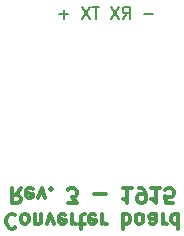
<source format=gbo>
G04 #@! TF.GenerationSoftware,KiCad,Pcbnew,(5.1.0)-1*
G04 #@! TF.CreationDate,2019-04-13T16:10:58+02:00*
G04 #@! TF.ProjectId,converterboard,636f6e76-6572-4746-9572-626f6172642e,rev?*
G04 #@! TF.SameCoordinates,Original*
G04 #@! TF.FileFunction,Legend,Bot*
G04 #@! TF.FilePolarity,Positive*
%FSLAX46Y46*%
G04 Gerber Fmt 4.6, Leading zero omitted, Abs format (unit mm)*
G04 Created by KiCad (PCBNEW (5.1.0)-1) date 2019-04-13 16:10:58*
%MOMM*%
%LPD*%
G04 APERTURE LIST*
%ADD10C,0.300000*%
%ADD11C,0.200000*%
G04 APERTURE END LIST*
D10*
X165052380Y-119841071D02*
X164992857Y-119781547D01*
X164814285Y-119722023D01*
X164695238Y-119722023D01*
X164516666Y-119781547D01*
X164397619Y-119900595D01*
X164338095Y-120019642D01*
X164278571Y-120257738D01*
X164278571Y-120436309D01*
X164338095Y-120674404D01*
X164397619Y-120793452D01*
X164516666Y-120912500D01*
X164695238Y-120972023D01*
X164814285Y-120972023D01*
X164992857Y-120912500D01*
X165052380Y-120852976D01*
X165766666Y-119722023D02*
X165647619Y-119781547D01*
X165588095Y-119841071D01*
X165528571Y-119960119D01*
X165528571Y-120317261D01*
X165588095Y-120436309D01*
X165647619Y-120495833D01*
X165766666Y-120555357D01*
X165945238Y-120555357D01*
X166064285Y-120495833D01*
X166123809Y-120436309D01*
X166183333Y-120317261D01*
X166183333Y-119960119D01*
X166123809Y-119841071D01*
X166064285Y-119781547D01*
X165945238Y-119722023D01*
X165766666Y-119722023D01*
X166719047Y-120555357D02*
X166719047Y-119722023D01*
X166719047Y-120436309D02*
X166778571Y-120495833D01*
X166897619Y-120555357D01*
X167076190Y-120555357D01*
X167195238Y-120495833D01*
X167254761Y-120376785D01*
X167254761Y-119722023D01*
X167730952Y-120555357D02*
X168028571Y-119722023D01*
X168326190Y-120555357D01*
X169278571Y-119781547D02*
X169159523Y-119722023D01*
X168921428Y-119722023D01*
X168802380Y-119781547D01*
X168742857Y-119900595D01*
X168742857Y-120376785D01*
X168802380Y-120495833D01*
X168921428Y-120555357D01*
X169159523Y-120555357D01*
X169278571Y-120495833D01*
X169338095Y-120376785D01*
X169338095Y-120257738D01*
X168742857Y-120138690D01*
X169873809Y-119722023D02*
X169873809Y-120555357D01*
X169873809Y-120317261D02*
X169933333Y-120436309D01*
X169992857Y-120495833D01*
X170111904Y-120555357D01*
X170230952Y-120555357D01*
X170469047Y-120555357D02*
X170945238Y-120555357D01*
X170647619Y-120972023D02*
X170647619Y-119900595D01*
X170707142Y-119781547D01*
X170826190Y-119722023D01*
X170945238Y-119722023D01*
X171838095Y-119781547D02*
X171719047Y-119722023D01*
X171480952Y-119722023D01*
X171361904Y-119781547D01*
X171302380Y-119900595D01*
X171302380Y-120376785D01*
X171361904Y-120495833D01*
X171480952Y-120555357D01*
X171719047Y-120555357D01*
X171838095Y-120495833D01*
X171897619Y-120376785D01*
X171897619Y-120257738D01*
X171302380Y-120138690D01*
X172433333Y-119722023D02*
X172433333Y-120555357D01*
X172433333Y-120317261D02*
X172492857Y-120436309D01*
X172552380Y-120495833D01*
X172671428Y-120555357D01*
X172790476Y-120555357D01*
X174159523Y-119722023D02*
X174159523Y-120972023D01*
X174159523Y-120495833D02*
X174278571Y-120555357D01*
X174516666Y-120555357D01*
X174635714Y-120495833D01*
X174695238Y-120436309D01*
X174754761Y-120317261D01*
X174754761Y-119960119D01*
X174695238Y-119841071D01*
X174635714Y-119781547D01*
X174516666Y-119722023D01*
X174278571Y-119722023D01*
X174159523Y-119781547D01*
X175469047Y-119722023D02*
X175350000Y-119781547D01*
X175290476Y-119841071D01*
X175230952Y-119960119D01*
X175230952Y-120317261D01*
X175290476Y-120436309D01*
X175350000Y-120495833D01*
X175469047Y-120555357D01*
X175647619Y-120555357D01*
X175766666Y-120495833D01*
X175826190Y-120436309D01*
X175885714Y-120317261D01*
X175885714Y-119960119D01*
X175826190Y-119841071D01*
X175766666Y-119781547D01*
X175647619Y-119722023D01*
X175469047Y-119722023D01*
X176957142Y-119722023D02*
X176957142Y-120376785D01*
X176897619Y-120495833D01*
X176778571Y-120555357D01*
X176540476Y-120555357D01*
X176421428Y-120495833D01*
X176957142Y-119781547D02*
X176838095Y-119722023D01*
X176540476Y-119722023D01*
X176421428Y-119781547D01*
X176361904Y-119900595D01*
X176361904Y-120019642D01*
X176421428Y-120138690D01*
X176540476Y-120198214D01*
X176838095Y-120198214D01*
X176957142Y-120257738D01*
X177552380Y-119722023D02*
X177552380Y-120555357D01*
X177552380Y-120317261D02*
X177611904Y-120436309D01*
X177671428Y-120495833D01*
X177790476Y-120555357D01*
X177909523Y-120555357D01*
X178861904Y-119722023D02*
X178861904Y-120972023D01*
X178861904Y-119781547D02*
X178742857Y-119722023D01*
X178504761Y-119722023D01*
X178385714Y-119781547D01*
X178326190Y-119841071D01*
X178266666Y-119960119D01*
X178266666Y-120317261D01*
X178326190Y-120436309D01*
X178385714Y-120495833D01*
X178504761Y-120555357D01*
X178742857Y-120555357D01*
X178861904Y-120495833D01*
X165498809Y-117547023D02*
X165082142Y-118142261D01*
X164784523Y-117547023D02*
X164784523Y-118797023D01*
X165260714Y-118797023D01*
X165379761Y-118737500D01*
X165439285Y-118677976D01*
X165498809Y-118558928D01*
X165498809Y-118380357D01*
X165439285Y-118261309D01*
X165379761Y-118201785D01*
X165260714Y-118142261D01*
X164784523Y-118142261D01*
X166510714Y-117606547D02*
X166391666Y-117547023D01*
X166153571Y-117547023D01*
X166034523Y-117606547D01*
X165975000Y-117725595D01*
X165975000Y-118201785D01*
X166034523Y-118320833D01*
X166153571Y-118380357D01*
X166391666Y-118380357D01*
X166510714Y-118320833D01*
X166570238Y-118201785D01*
X166570238Y-118082738D01*
X165975000Y-117963690D01*
X166986904Y-118380357D02*
X167284523Y-117547023D01*
X167582142Y-118380357D01*
X168058333Y-117666071D02*
X168117857Y-117606547D01*
X168058333Y-117547023D01*
X167998809Y-117606547D01*
X168058333Y-117666071D01*
X168058333Y-117547023D01*
X169486904Y-118797023D02*
X170260714Y-118797023D01*
X169844047Y-118320833D01*
X170022619Y-118320833D01*
X170141666Y-118261309D01*
X170201190Y-118201785D01*
X170260714Y-118082738D01*
X170260714Y-117785119D01*
X170201190Y-117666071D01*
X170141666Y-117606547D01*
X170022619Y-117547023D01*
X169665476Y-117547023D01*
X169546428Y-117606547D01*
X169486904Y-117666071D01*
X171748809Y-118023214D02*
X172701190Y-118023214D01*
X174903571Y-117547023D02*
X174189285Y-117547023D01*
X174546428Y-117547023D02*
X174546428Y-118797023D01*
X174427380Y-118618452D01*
X174308333Y-118499404D01*
X174189285Y-118439880D01*
X175498809Y-117547023D02*
X175736904Y-117547023D01*
X175855952Y-117606547D01*
X175915476Y-117666071D01*
X176034523Y-117844642D01*
X176094047Y-118082738D01*
X176094047Y-118558928D01*
X176034523Y-118677976D01*
X175974999Y-118737500D01*
X175855952Y-118797023D01*
X175617857Y-118797023D01*
X175498809Y-118737500D01*
X175439285Y-118677976D01*
X175379761Y-118558928D01*
X175379761Y-118261309D01*
X175439285Y-118142261D01*
X175498809Y-118082738D01*
X175617857Y-118023214D01*
X175855952Y-118023214D01*
X175974999Y-118082738D01*
X176034523Y-118142261D01*
X176094047Y-118261309D01*
X177284523Y-117547023D02*
X176570238Y-117547023D01*
X176927380Y-117547023D02*
X176927380Y-118797023D01*
X176808333Y-118618452D01*
X176689285Y-118499404D01*
X176570238Y-118439880D01*
X178415476Y-118797023D02*
X177820238Y-118797023D01*
X177760714Y-118201785D01*
X177820238Y-118261309D01*
X177939285Y-118320833D01*
X178236904Y-118320833D01*
X178355952Y-118261309D01*
X178415476Y-118201785D01*
X178474999Y-118082738D01*
X178474999Y-117785119D01*
X178415476Y-117666071D01*
X178355952Y-117606547D01*
X178236904Y-117547023D01*
X177939285Y-117547023D01*
X177820238Y-117606547D01*
X177760714Y-117666071D01*
D11*
X176726190Y-102821428D02*
X175964285Y-102821428D01*
X174154761Y-103202380D02*
X174488095Y-102726190D01*
X174726190Y-103202380D02*
X174726190Y-102202380D01*
X174345238Y-102202380D01*
X174250000Y-102250000D01*
X174202380Y-102297619D01*
X174154761Y-102392857D01*
X174154761Y-102535714D01*
X174202380Y-102630952D01*
X174250000Y-102678571D01*
X174345238Y-102726190D01*
X174726190Y-102726190D01*
X173821428Y-102202380D02*
X173154761Y-103202380D01*
X173154761Y-102202380D02*
X173821428Y-103202380D01*
X172154761Y-102202380D02*
X171583333Y-102202380D01*
X171869047Y-103202380D02*
X171869047Y-102202380D01*
X171345238Y-102202380D02*
X170678571Y-103202380D01*
X170678571Y-102202380D02*
X171345238Y-103202380D01*
X169535714Y-102821428D02*
X168773809Y-102821428D01*
X169154761Y-103202380D02*
X169154761Y-102440476D01*
M02*

</source>
